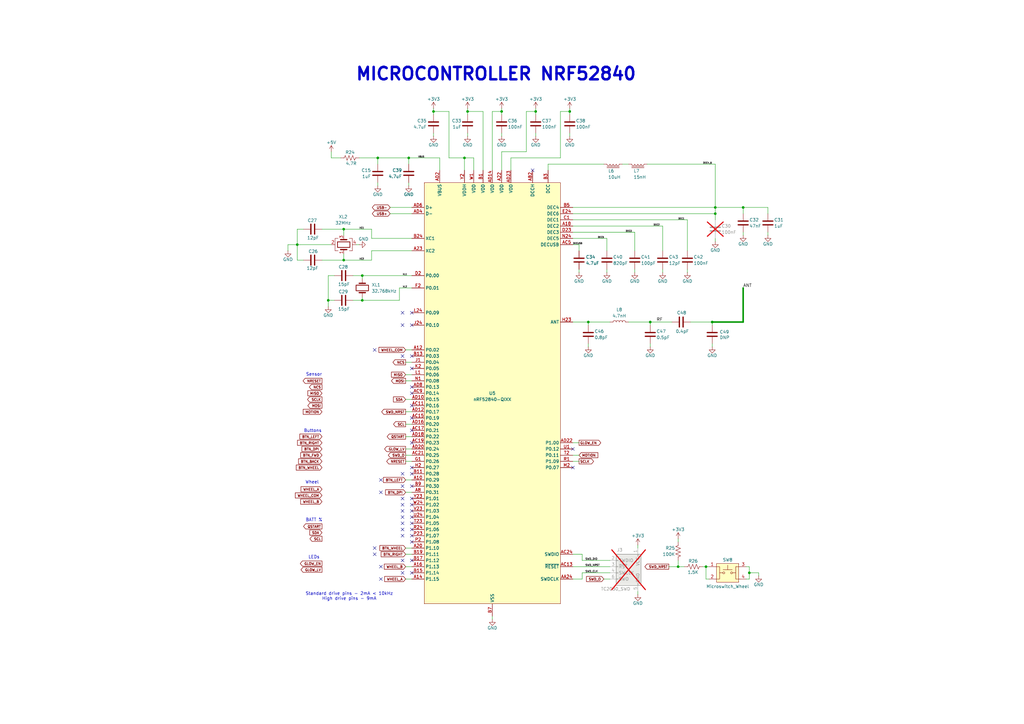
<source format=kicad_sch>
(kicad_sch (version 20250114) (generator "eeschema") (generator_version "9.0")
  (paper "A3")
  (title_block (title "Cenere Mouse") (date "2025-08-22") (rev "1") (company "Triungulo Lab"))
  (text "Standard drive pins - 2mA < 10kHz\nHigh drive pins - 9mA" (at 143.256 244.602 0) (effects (font (size 1.27 1.27))))
  (text "BATT %" (at 128.778 213.36 0) (effects (font (size 1.27 1.27))))
  (text "Buttons" (at 128.27 176.784 0) (effects (font (size 1.27 1.27))))
  (text "MICROCONTROLLER NRF52840" (at 203.454 30.48 0) (effects (font (size 5.08 5.08) (thickness 1.016) (bold yes))))
  (text "Sensor" (at 128.778 153.67 0) (effects (font (size 1.27 1.27))))
  (text "Wheel" (at 128.016 197.866 0) (effects (font (size 1.27 1.27))))
  (text "LEDs" (at 128.778 228.6 0) (effects (font (size 1.27 1.27))))
  (junction (at 292.1 132.08))
  (junction (at 191.77 45.72))
  (junction (at 289.56 232.41))
  (junction (at 140.97 106.68))
  (junction (at 304.8 85.09))
  (junction (at 154.94 64.77))
  (junction (at 293.37 85.09))
  (junction (at 134.62 123.19))
  (junction (at 121.92 100.33))
  (junction (at 293.37 87.63))
  (junction (at 190.5 64.77))
  (junction (at 266.7 132.08))
  (junction (at 148.59 113.03))
  (junction (at 177.8 45.72))
  (junction (at 307.34 234.95))
  (junction (at 148.59 123.19))
  (junction (at 219.71 45.72))
  (junction (at 205.74 45.72))
  (junction (at 233.68 45.72))
  (junction (at 241.3 132.08))
  (junction (at 140.97 93.98))
  (junction (at 278.13 232.41))
  (junction (at 167.64 64.77))
  (no_connect (at 156.21 232.41))
  (no_connect (at 168.91 194.31))
  (no_connect (at 168.91 209.55))
  (no_connect (at 153.67 224.79))
  (no_connect (at 168.91 161.29))
  (no_connect (at 218.44 69.85))
  (no_connect (at 168.91 217.17))
  (no_connect (at 168.91 204.47))
  (no_connect (at 168.91 151.13))
  (no_connect (at 168.91 219.71))
  (no_connect (at 168.91 214.63))
  (no_connect (at 153.67 227.33))
  (no_connect (at 168.91 229.87))
  (no_connect (at 168.91 176.53))
  (no_connect (at 156.21 196.85))
  (no_connect (at 153.67 143.51))
  (no_connect (at 168.91 207.01))
  (no_connect (at 168.91 166.37))
  (no_connect (at 168.91 128.27))
  (no_connect (at 168.91 212.09))
  (no_connect (at 168.91 181.61))
  (no_connect (at 165.1 128.27))
  (no_connect (at 165.1 217.17))
  (no_connect (at 165.1 229.87))
  (no_connect (at 165.1 133.35))
  (no_connect (at 234.95 184.15))
  (no_connect (at 165.1 199.39))
  (no_connect (at 165.1 204.47))
  (no_connect (at 165.1 209.55))
  (no_connect (at 168.91 158.75))
  (no_connect (at 156.21 237.49))
  (no_connect (at 156.21 201.93))
  (no_connect (at 168.91 171.45))
  (no_connect (at 165.1 219.71))
  (no_connect (at 165.1 234.95))
  (no_connect (at 168.91 222.25))
  (no_connect (at 168.91 146.05))
  (no_connect (at 165.1 207.01))
  (no_connect (at 168.91 234.95))
  (no_connect (at 165.1 146.05))
  (no_connect (at 165.1 212.09))
  (no_connect (at 165.1 214.63))
  (no_connect (at 234.95 191.77))
  (no_connect (at 168.91 199.39))
  (no_connect (at 165.1 194.31))
  (no_connect (at 168.91 133.35))
  (no_connect (at 168.91 191.77))
  (wire (pts (xy 166.37 201.93) (xy 168.91 201.93)))
  (wire (pts (xy 140.97 106.68) (xy 152.4 106.68)))
  (wire (pts (xy 152.4 93.98) (xy 152.4 97.79)))
  (wire (pts (xy 237.49 110.49) (xy 237.49 111.76)))
  (wire (pts (xy 266.7 133.35) (xy 266.7 132.08)))
  (wire (pts (xy 233.68 44.45) (xy 233.68 45.72)))
  (wire (pts (xy 233.68 54.61) (xy 233.68 55.88)))
  (wire (pts (xy 191.77 45.72) (xy 191.77 46.99)))
  (wire (pts (xy 163.83 118.11) (xy 168.91 118.11)))
  (wire (pts (xy 166.37 224.79) (xy 168.91 224.79)))
  (wire (pts (xy 121.92 93.98) (xy 124.46 93.98)))
  (wire (pts (xy 280.67 232.41) (xy 278.13 232.41)))
  (wire (pts (xy 148.59 113.03) (xy 168.91 113.03)))
  (wire (pts (xy 278.13 220.98) (xy 278.13 222.25)))
  (wire (pts (xy 191.77 44.45) (xy 191.77 45.72)))
  (wire (pts (xy 135.89 64.77) (xy 139.7 64.77)))
  (wire (pts (xy 281.94 110.49) (xy 281.94 111.76)))
  (wire (pts (xy 209.55 64.77) (xy 229.87 64.77)))
  (wire (pts (xy 177.8 45.72) (xy 184.15 45.72)))
  (wire (pts (xy 140.97 106.68) (xy 140.97 104.14)))
  (wire (pts (xy 219.71 46.99) (xy 219.71 45.72)))
  (wire (pts (xy 238.76 227.33) (xy 238.76 229.87)))
  (wire (pts (xy 229.87 64.77) (xy 229.87 45.72)))
  (wire (pts (xy 166.37 168.91) (xy 168.91 168.91)))
  (wire (pts (xy 166.37 173.99) (xy 168.91 173.99)))
  (wire (pts (xy 160.02 85.09) (xy 168.91 85.09)))
  (wire (pts (xy 146.05 100.33) (xy 147.32 100.33)))
  (wire (pts (xy 293.37 97.79) (xy 293.37 99.06)))
  (wire (pts (xy 135.89 62.23) (xy 135.89 64.77)))
  (wire (pts (xy 205.74 54.61) (xy 205.74 55.88)))
  (wire (pts (xy 293.37 85.09) (xy 304.8 85.09)))
  (wire (pts (xy 209.55 64.77) (xy 209.55 69.85)))
  (wire (pts (xy 271.78 110.49) (xy 271.78 111.76)))
  (wire (pts (xy 205.74 46.99) (xy 205.74 45.72)))
  (wire (pts (xy 306.07 237.49) (xy 307.34 237.49)))
  (wire (pts (xy 234.95 237.49) (xy 238.76 237.49)))
  (wire (pts (xy 304.8 95.25) (xy 304.8 96.52)))
  (wire (pts (xy 241.3 133.35) (xy 241.3 132.08)))
  (wire (pts (xy 238.76 229.87) (xy 250.19 229.87)))
  (wire (pts (xy 163.83 118.11) (xy 163.83 123.19)))
  (wire (pts (xy 163.83 123.19) (xy 148.59 123.19)))
  (wire (pts (xy 160.02 87.63) (xy 168.91 87.63)))
  (wire (pts (xy 166.37 143.51) (xy 168.91 143.51)))
  (wire (pts (xy 166.37 156.21) (xy 168.91 156.21)))
  (wire (pts (xy 248.92 110.49) (xy 248.92 111.76)))
  (wire (pts (xy 194.31 64.77) (xy 190.5 64.77)))
  (wire (pts (xy 278.13 232.41) (xy 278.13 229.87)))
  (wire (pts (xy 293.37 85.09) (xy 293.37 87.63)))
  (wire (pts (xy 224.79 67.31) (xy 224.79 69.85)))
  (wire (pts (xy 140.97 96.52) (xy 140.97 93.98)))
  (wire (pts (xy 201.93 45.72) (xy 201.93 69.85)))
  (wire (pts (xy 118.11 102.87) (xy 118.11 100.33)))
  (wire (pts (xy 215.9 45.72) (xy 215.9 62.23)))
  (wire (pts (xy 166.37 179.07) (xy 168.91 179.07)))
  (wire (pts (xy 271.78 92.71) (xy 271.78 102.87)))
  (wire (pts (xy 154.94 64.77) (xy 167.64 64.77)))
  (wire (pts (xy 292.1 132.08) (xy 304.8 132.08)) (stroke (width 0.635)))
  (wire (pts (xy 132.08 93.98) (xy 140.97 93.98)))
  (wire (pts (xy 229.87 45.72) (xy 233.68 45.72)))
  (wire (pts (xy 144.78 113.03) (xy 148.59 113.03)))
  (wire (pts (xy 247.65 67.31) (xy 224.79 67.31)))
  (wire (pts (xy 261.62 223.52) (xy 261.62 224.79)))
  (wire (pts (xy 152.4 102.87) (xy 152.4 106.68)))
  (wire (pts (xy 314.96 87.63) (xy 314.96 85.09)))
  (wire (pts (xy 238.76 234.95) (xy 250.19 234.95)))
  (wire (pts (xy 234.95 189.23) (xy 237.49 189.23)))
  (wire (pts (xy 154.94 64.77) (xy 154.94 67.31)))
  (wire (pts (xy 292.1 133.35) (xy 292.1 132.08)))
  (wire (pts (xy 166.37 227.33) (xy 168.91 227.33)))
  (wire (pts (xy 166.37 184.15) (xy 168.91 184.15)))
  (wire (pts (xy 215.9 62.23) (xy 205.74 62.23)))
  (wire (pts (xy 144.78 123.19) (xy 148.59 123.19)))
  (wire (pts (xy 257.81 132.08) (xy 266.7 132.08)))
  (wire (pts (xy 238.76 237.49) (xy 238.76 234.95)))
  (wire (pts (xy 121.92 93.98) (xy 121.92 100.33)))
  (wire (pts (xy 168.91 102.87) (xy 152.4 102.87)))
  (wire (pts (xy 274.32 232.41) (xy 278.13 232.41)))
  (wire (pts (xy 147.32 64.77) (xy 154.94 64.77)))
  (wire (pts (xy 166.37 148.59) (xy 168.91 148.59)))
  (wire (pts (xy 167.64 67.31) (xy 167.64 64.77)))
  (wire (pts (xy 307.34 234.95) (xy 311.15 234.95)))
  (wire (pts (xy 154.94 74.93) (xy 154.94 76.2)))
  (wire (pts (xy 266.7 132.08) (xy 275.59 132.08)))
  (wire (pts (xy 219.71 44.45) (xy 219.71 45.72)))
  (wire (pts (xy 177.8 54.61) (xy 177.8 55.88)))
  (wire (pts (xy 234.95 92.71) (xy 271.78 92.71)))
  (wire (pts (xy 241.3 132.08) (xy 250.19 132.08)))
  (wire (pts (xy 261.62 242.57) (xy 261.62 243.84)))
  (wire (pts (xy 260.35 110.49) (xy 260.35 111.76)))
  (wire (pts (xy 234.95 132.08) (xy 241.3 132.08)))
  (wire (pts (xy 248.92 97.79) (xy 248.92 102.87)))
  (wire (pts (xy 121.92 100.33) (xy 135.89 100.33)))
  (wire (pts (xy 314.96 95.25) (xy 314.96 96.52)))
  (wire (pts (xy 134.62 125.73) (xy 134.62 123.19)))
  (wire (pts (xy 166.37 153.67) (xy 168.91 153.67)))
  (wire (pts (xy 132.08 106.68) (xy 140.97 106.68)))
  (wire (pts (xy 191.77 45.72) (xy 198.12 45.72)))
  (wire (pts (xy 234.95 87.63) (xy 293.37 87.63)))
  (wire (pts (xy 234.95 186.69) (xy 237.49 186.69)))
  (wire (pts (xy 148.59 121.92) (xy 148.59 123.19)))
  (wire (pts (xy 241.3 140.97) (xy 241.3 142.24)))
  (wire (pts (xy 293.37 67.31) (xy 293.37 85.09)))
  (wire (pts (xy 205.74 44.45) (xy 205.74 45.72)))
  (wire (pts (xy 194.31 69.85) (xy 194.31 64.77)))
  (wire (pts (xy 134.62 123.19) (xy 134.62 113.03)))
  (wire (pts (xy 289.56 237.49) (xy 289.56 232.41)))
  (wire (pts (xy 166.37 163.83) (xy 168.91 163.83)))
  (wire (pts (xy 134.62 123.19) (xy 137.16 123.19)))
  (wire (pts (xy 148.59 114.3) (xy 148.59 113.03)))
  (wire (pts (xy 152.4 97.79) (xy 168.91 97.79)))
  (wire (pts (xy 255.27 67.31) (xy 257.81 67.31)))
  (wire (pts (xy 180.34 64.77) (xy 180.34 69.85)))
  (wire (pts (xy 237.49 100.33) (xy 234.95 100.33)))
  (wire (pts (xy 234.95 181.61) (xy 237.49 181.61)))
  (wire (pts (xy 166.37 232.41) (xy 168.91 232.41)))
  (wire (pts (xy 311.15 236.22) (xy 311.15 234.95)))
  (wire (pts (xy 281.94 90.17) (xy 281.94 102.87)))
  (wire (pts (xy 167.64 64.77) (xy 180.34 64.77)))
  (wire (pts (xy 260.35 95.25) (xy 234.95 95.25)))
  (wire (pts (xy 184.15 45.72) (xy 184.15 64.77)))
  (wire (pts (xy 288.29 232.41) (xy 289.56 232.41)))
  (wire (pts (xy 306.07 232.41) (xy 307.34 232.41)))
  (wire (pts (xy 234.95 97.79) (xy 248.92 97.79)))
  (wire (pts (xy 304.8 85.09) (xy 314.96 85.09)))
  (wire (pts (xy 219.71 54.61) (xy 219.71 55.88)))
  (wire (pts (xy 234.95 232.41) (xy 250.19 232.41)))
  (wire (pts (xy 293.37 87.63) (xy 293.37 90.17)))
  (wire (pts (xy 247.65 237.49) (xy 250.19 237.49)))
  (wire (pts (xy 219.71 45.72) (xy 215.9 45.72)))
  (wire (pts (xy 292.1 140.97) (xy 292.1 142.24)))
  (wire (pts (xy 166.37 189.23) (xy 168.91 189.23)))
  (wire (pts (xy 140.97 93.98) (xy 152.4 93.98)))
  (wire (pts (xy 198.12 45.72) (xy 198.12 69.85)))
  (wire (pts (xy 234.95 227.33) (xy 238.76 227.33)))
  (wire (pts (xy 177.8 44.45) (xy 177.8 45.72)))
  (wire (pts (xy 233.68 45.72) (xy 233.68 46.99)))
  (wire (pts (xy 205.74 62.23) (xy 205.74 69.85)))
  (wire (pts (xy 307.34 234.95) (xy 307.34 237.49)))
  (wire (pts (xy 307.34 232.41) (xy 307.34 234.95)))
  (wire (pts (xy 201.93 252.73) (xy 201.93 254)))
  (wire (pts (xy 304.8 118.11) (xy 304.8 132.08)) (stroke (width 0.635)))
  (wire (pts (xy 167.64 74.93) (xy 167.64 76.2)))
  (wire (pts (xy 190.5 64.77) (xy 190.5 69.85)))
  (wire (pts (xy 289.56 232.41) (xy 290.83 232.41)))
  (wire (pts (xy 265.43 67.31) (xy 293.37 67.31)))
  (wire (pts (xy 266.7 140.97) (xy 266.7 142.24)))
  (wire (pts (xy 166.37 196.85) (xy 168.91 196.85)))
  (wire (pts (xy 260.35 102.87) (xy 260.35 95.25)))
  (wire (pts (xy 134.62 113.03) (xy 137.16 113.03)))
  (wire (pts (xy 121.92 100.33) (xy 121.92 106.68)))
  (wire (pts (xy 234.95 90.17) (xy 281.94 90.17)))
  (wire (pts (xy 205.74 45.72) (xy 201.93 45.72)))
  (wire (pts (xy 166.37 237.49) (xy 168.91 237.49)))
  (wire (pts (xy 190.5 64.77) (xy 184.15 64.77)))
  (wire (pts (xy 177.8 46.99) (xy 177.8 45.72)))
  (wire (pts (xy 166.37 186.69) (xy 168.91 186.69)))
  (wire (pts (xy 234.95 85.09) (xy 293.37 85.09)))
  (wire (pts (xy 237.49 102.87) (xy 237.49 100.33)))
  (wire (pts (xy 191.77 54.61) (xy 191.77 55.88)))
  (wire (pts (xy 290.83 237.49) (xy 289.56 237.49)))
  (wire (pts (xy 124.46 106.68) (xy 121.92 106.68)))
  (wire (pts (xy 283.21 132.08) (xy 292.1 132.08)))
  (wire (pts (xy 118.11 100.33) (xy 121.92 100.33)))
  (wire (pts (xy 304.8 85.09) (xy 304.8 87.63)))
  (label "RF" (at 269.24 132.08 0))
  (label "SWD_DIO" (at 240.03 229.87 0) (effects (font (size 0.762 0.762))))
  (label "XC2" (at 147.32 106.68 0) (effects (font (size 0.635 0.635))))
  (label "ANT" (at 304.8 118.11 0))
  (label "DEC1" (at 278.13 90.17 0) (effects (font (size 0.635 0.635))))
  (label "DEC5" (at 245.11 97.79 0) (effects (font (size 0.635 0.635))))
  (label "DEC3" (at 256.54 95.25 0) (effects (font (size 0.635 0.635))))
  (label "SWD_CLK" (at 240.03 234.95 0) (effects (font (size 0.762 0.762))))
  (label "XC1" (at 147.32 93.98 0) (effects (font (size 0.635 0.635))))
  (label "DEC4_6" (at 288.29 67.31 0) (effects (font (size 0.635 0.635))))
  (label "SWD_NRST" (at 240.03 232.41 0) (effects (font (size 0.762 0.762))))
  (label "XL2" (at 165.1 118.11 0) (effects (font (size 0.635 0.635))))
  (label "XL1" (at 165.1 113.03 0) (effects (font (size 0.635 0.635))))
  (label "DEC2" (at 267.97 92.71 0) (effects (font (size 0.635 0.635))))
  (label "VBUS" (at 171.45 64.77 0) (effects (font (size 0.635 0.635))))
  (label "DECUSB" (at 234.95 100.33 0) (effects (font (size 0.635 0.635))))
  (global_label "GLOW_LV" (shape output) (at 166.37 184.15 180) (effects (font (size 1 1) (thickness 0.2) (bold yes))) (property "Intersheetrefs" "${INTERSHEET_REFS}" (effects (hide yes))))
  (global_label "BTN_WHEEL" (shape input) (at 166.37 224.79 180) (effects (font (size 1 1) (thickness 0.2) (bold yes))) (property "Intersheetrefs" "${INTERSHEET_REFS}" (effects (hide yes))))
  (global_label "USB-" (shape bidirectional) (at 160.02 85.09 180) (effects (font (size 1 1) (thickness 0.2) (bold yes))) (property "Intersheetrefs" "${INTERSHEET_REFS}" (effects (hide yes))))
  (global_label "MOTION" (shape input) (at 237.49 186.69 0) (effects (font (size 1 1) (thickness 0.2) (bold yes))) (property "Intersheetrefs" "${INTERSHEET_REFS}" (effects (hide yes))))
  (global_label "USB+" (shape bidirectional) (at 160.02 87.63 180) (effects (font (size 1 1) (thickness 0.2) (bold yes))) (property "Intersheetrefs" "${INTERSHEET_REFS}" (effects (hide yes))))
  (global_label "NRESET" (shape output) (at 132.08 156.21 180) (effects (font (size 1 1) (thickness 0.2) (bold yes))) (property "Intersheetrefs" "${INTERSHEET_REFS}" (effects (hide yes))))
  (global_label "MOTION" (shape input) (at 132.08 168.91 180) (effects (font (size 1 1) (thickness 0.2) (bold yes))) (property "Intersheetrefs" "${INTERSHEET_REFS}" (effects (hide yes))))
  (global_label "GLOW_LV" (shape output) (at 132.08 233.68 180) (effects (font (size 1 1) (thickness 0.2) (bold yes))) (property "Intersheetrefs" "${INTERSHEET_REFS}" (effects (hide yes))))
  (global_label "WHEEL_A" (shape input) (at 132.08 200.66 180) (effects (font (size 1 1) (thickness 0.2) (bold yes))) (property "Intersheetrefs" "${INTERSHEET_REFS}" (effects (hide yes))))
  (global_label "GLOW_EN" (shape output) (at 237.49 181.61 0) (effects (font (size 1 1) (thickness 0.2) (bold yes))) (property "Intersheetrefs" "${INTERSHEET_REFS}" (effects (hide yes))))
  (global_label "WHEEL_B" (shape input) (at 132.08 205.74 180) (effects (font (size 1 1) (thickness 0.2) (bold yes))) (property "Intersheetrefs" "${INTERSHEET_REFS}" (effects (hide yes))))
  (global_label "BTN_LEFT" (shape input) (at 166.37 196.85 180) (effects (font (size 1 1) (thickness 0.2) (bold yes))) (property "Intersheetrefs" "${INTERSHEET_REFS}" (effects (hide yes))))
  (global_label "SCLK" (shape output) (at 132.08 163.83 180) (effects (font (size 1 1) (thickness 0.2) (bold yes))) (property "Intersheetrefs" "${INTERSHEET_REFS}" (effects (hide yes))))
  (global_label "BTN_WHEEL" (shape input) (at 132.08 191.77 180) (effects (font (size 1 1) (thickness 0.2) (bold yes))) (property "Intersheetrefs" "${INTERSHEET_REFS}" (effects (hide yes))))
  (global_label "SWD_O" (shape output) (at 166.37 186.69 180) (effects (font (size 1 1) (thickness 0.2) (bold yes))) (property "Intersheetrefs" "${INTERSHEET_REFS}" (effects (hide yes))))
  (global_label "MISO" (shape input) (at 132.08 161.29 180) (effects (font (size 1 1) (thickness 0.2) (bold yes))) (property "Intersheetrefs" "${INTERSHEET_REFS}" (effects (hide yes))))
  (global_label "MOSI" (shape output) (at 132.08 166.37 180) (effects (font (size 1 1) (thickness 0.2) (bold yes))) (property "Intersheetrefs" "${INTERSHEET_REFS}" (effects (hide yes))))
  (global_label "BTN_FWD" (shape input) (at 132.08 186.69 180) (effects (font (size 1 1) (thickness 0.2) (bold yes))) (property "Intersheetrefs" "${INTERSHEET_REFS}" (effects (hide yes))))
  (global_label "MOSI" (shape output) (at 166.37 156.21 180) (effects (font (size 1 1) (thickness 0.2) (bold yes))) (property "Intersheetrefs" "${INTERSHEET_REFS}" (effects (hide yes))))
  (global_label "SDA" (shape input) (at 132.08 218.44 180) (effects (font (size 1 1) (thickness 0.2) (bold yes))) (property "Intersheetrefs" "${INTERSHEET_REFS}" (effects (hide yes))))
  (global_label "BTN_BACK" (shape input) (at 132.08 189.23 180) (effects (font (size 1 1) (thickness 0.2) (bold yes))) (property "Intersheetrefs" "${INTERSHEET_REFS}" (effects (hide yes))))
  (global_label "NCS" (shape output) (at 166.37 148.59 180) (effects (font (size 1 1) (thickness 0.2) (bold yes))) (property "Intersheetrefs" "${INTERSHEET_REFS}" (effects (hide yes))))
  (global_label "SCL" (shape output) (at 166.37 173.99 180) (effects (font (size 1 1) (thickness 0.2) (bold yes))) (property "Intersheetrefs" "${INTERSHEET_REFS}" (effects (hide yes))))
  (global_label "NRESET" (shape output) (at 166.37 189.23 180) (effects (font (size 1 1) (thickness 0.2) (bold yes))) (property "Intersheetrefs" "${INTERSHEET_REFS}" (effects (hide yes))))
  (global_label "SWD_NRST" (shape output) (at 166.37 168.91 180) (effects (font (size 1 1) (thickness 0.2) (bold yes))) (property "Intersheetrefs" "${INTERSHEET_REFS}" (effects (hide yes))))
  (global_label "SWD_NRST" (shape output) (at 274.32 232.41 180) (effects (font (size 1 1) (thickness 0.2) (bold yes))) (property "Intersheetrefs" "${INTERSHEET_REFS}" (effects (hide yes))))
  (global_label "BTN_RIGHT" (shape input) (at 166.37 227.33 180) (effects (font (size 1 1) (thickness 0.2) (bold yes))) (property "Intersheetrefs" "${INTERSHEET_REFS}" (effects (hide yes))))
  (global_label "QSTART" (shape output) (at 132.08 215.9 180) (effects (font (size 1 1) (thickness 0.2) (bold yes))) (property "Intersheetrefs" "${INTERSHEET_REFS}" (effects (hide yes))))
  (global_label "SCL" (shape output) (at 132.08 220.98 180) (effects (font (size 1 1) (thickness 0.2) (bold yes))) (property "Intersheetrefs" "${INTERSHEET_REFS}" (effects (hide yes))))
  (global_label "WHEEL_A" (shape input) (at 166.37 237.49 180) (effects (font (size 1 1) (thickness 0.2) (bold yes))) (property "Intersheetrefs" "${INTERSHEET_REFS}" (effects (hide yes))))
  (global_label "WHEEL_B" (shape input) (at 166.37 232.41 180) (effects (font (size 1 1) (thickness 0.2) (bold yes))) (property "Intersheetrefs" "${INTERSHEET_REFS}" (effects (hide yes))))
  (global_label "BTN_RIGHT" (shape input) (at 132.08 181.61 180) (effects (font (size 1 1) (thickness 0.2) (bold yes))) (property "Intersheetrefs" "${INTERSHEET_REFS}" (effects (hide yes))))
  (global_label "QSTART" (shape output) (at 166.37 179.07 180) (effects (font (size 1 1) (thickness 0.2) (bold yes))) (property "Intersheetrefs" "${INTERSHEET_REFS}" (effects (hide yes))))
  (global_label "NCS" (shape output) (at 132.08 158.75 180) (effects (font (size 1 1) (thickness 0.2) (bold yes))) (property "Intersheetrefs" "${INTERSHEET_REFS}" (effects (hide yes))))
  (global_label "MISO" (shape input) (at 166.37 153.67 180) (effects (font (size 1 1) (thickness 0.2) (bold yes))) (property "Intersheetrefs" "${INTERSHEET_REFS}" (effects (hide yes))))
  (global_label "SDA" (shape input) (at 166.37 163.83 180) (effects (font (size 1 1) (thickness 0.2) (bold yes))) (property "Intersheetrefs" "${INTERSHEET_REFS}" (effects (hide yes))))
  (global_label "SCLK" (shape output) (at 237.49 189.23 0) (effects (font (size 1 1) (thickness 0.2) (bold yes))) (property "Intersheetrefs" "${INTERSHEET_REFS}" (effects (hide yes))))
  (global_label "BTN_DPI" (shape input) (at 132.08 184.15 180) (effects (font (size 1 1) (thickness 0.2) (bold yes))) (property "Intersheetrefs" "${INTERSHEET_REFS}" (effects (hide yes))))
  (global_label "BTN_LEFT" (shape input) (at 132.08 179.07 180) (effects (font (size 1 1) (thickness 0.2) (bold yes))) (property "Intersheetrefs" "${INTERSHEET_REFS}" (effects (hide yes))))
  (global_label "SWD_O" (shape input) (at 247.65 237.49 180) (effects (font (size 1 1) (thickness 0.2) (bold yes))) (property "Intersheetrefs" "${INTERSHEET_REFS}" (effects (hide yes))))
  (global_label "GLOW_EN" (shape output) (at 132.08 231.14 180) (effects (font (size 1 1) (thickness 0.2) (bold yes))) (property "Intersheetrefs" "${INTERSHEET_REFS}" (effects (hide yes))))
  (global_label "WHEEL_COM" (shape input) (at 132.08 203.2 180) (effects (font (size 1 1) (thickness 0.2) (bold yes))) (property "Intersheetrefs" "${INTERSHEET_REFS}" (effects (hide yes))))
  (global_label "BTN_DPI" (shape input) (at 166.37 201.93 180) (effects (font (size 1 1) (thickness 0.2) (bold yes))) (property "Intersheetrefs" "${INTERSHEET_REFS}" (effects (hide yes))))
  (global_label "WHEEL_COM" (shape input) (at 166.37 143.51 180) (effects (font (size 1 1) (thickness 0.2) (bold yes))) (property "Intersheetrefs" "${INTERSHEET_REFS}" (effects (hide yes))))
  (symbol (lib_id "power:GND") (at 304.8 96.52 0) (unit 1)
    (property "Reference" "#PWR076" (effects (hide yes)))
    (property "Value" "GND" (at 304.8 100.076 0))
    (property "Description" "Power symbol creates a global label with name \"GND\" , ground" (effects (hide yes)))
  )
  (symbol (lib_id "Device:C") (at 292.1 137.16 180) (unit 1)
    (property "Reference" "C49" (at 295.148 136.144 0) (effects (justify right)))
    (property "Value" "DNP" (at 295.148 138.43 0) (effects (justify right)))
    (property "Footprint" "Cenere_Mouse:Z0201 RF Antenna Path" (effects (hide yes)))
  )
  (symbol (lib_id "Device:L_Iron") (at 251.46 67.31 270) (unit 1)
    (property "Reference" "L6" (at 249.428 70.104 90) (effects (justify left)))
    (property "Value" "10uH" (at 249.428 72.644 90) (effects (justify left)))
    (property "Footprint" "Inductor_SMD:L_0603_1608Metric" (effects (hide yes)))
    (property "Description" "10uH 360mΩ 80mA ±20% 0603 Power Inductors ROHS" (effects (hide yes)))
    (property "Manufacturer" "Taiyo Yuden" (effects (hide yes)))
    (property "Part Number" "LBMF1608T100M" (effects (hide yes)))
    (property "JLCPCB PN" "C86752" (effects (hide yes)))
  )
  (symbol (lib_id "power:GND") (at 154.94 76.2 0) (unit 1)
    (property "Reference" "#PWR031" (effects (hide yes)))
    (property "Value" "GND" (at 154.94 79.756 0))
    (property "Description" "Power symbol creates a global label with name \"GND\" , ground" (effects (hide yes)))
  )
  (symbol (lib_id "Cenere_Mouse:SPST_ALPS_Oval Button") (at 298.45 234.95 0) (unit 1)
    (property "Reference" "SW8" (at 298.45 229.616 0))
    (property "Value" "Microswitch_Wheel" (at 298.45 240.538 0))
    (property "Footprint" "Cenere_Mouse:KEY-SMD_4P-L4.2-W3.2-P2.20-LS4.6" (effects (hide yes)))
    (property "Description" "2.5x3.2x4.2mm 50mA Oval Button SPST Surface Mount,Vertical SMD Tactile Switches" (effects (hide yes)))
    (property "Manufacturer" "ALPS" (effects (hide yes)))
    (property "Part Number" "SKRPACE010" (effects (hide yes)))
    (property "JLCPCB PN" "C139797" (effects (hide yes)))
  )
  (symbol (lib_id "Device:R_US") (at 143.51 64.77 90) (unit 1)
    (property "Reference" "R24" (at 145.542 62.484 90) (effects (justify left)))
    (property "Value" "4.7R" (at 146.304 67.056 90) (effects (justify left)))
    (property "Footprint" "Resistor_SMD:R_0603_1608Metric" (effects (hide yes)))
    (property "Description" "100mW 4.7Ω 75V Thick Film Resistor ±1% 0603" (effects (hide yes)))
    (property "Manufacturer" "UNI-ROYAL(Uniroyal Elec)" (effects (hide yes)))
    (property "Part Number" "0603WAF470KT5E" (effects (hide yes)))
    (property "JLCPCB PN" "C23164" (effects (hide yes)))
  )
  (symbol (lib_id "power:GND") (at 271.78 111.76 0) (unit 1)
    (property "Reference" "#PWR096" (effects (hide yes)))
    (property "Value" "GND" (at 271.78 115.316 0))
    (property "Description" "Power symbol creates a global label with name \"GND\" , ground" (effects (hide yes)))
  )
  (symbol (lib_id "power:+3V3") (at 278.13 220.98 0) (unit 1)
    (property "Reference" "#PWR099" (effects (hide yes)))
    (property "Value" "+3V3" (at 278.13 217.17 0))
    (property "Description" "Power symbol creates a global label with name \"+3V3\"" (effects (hide yes)))
  )
  (symbol (lib_id "Device:C") (at 271.78 106.68 0) (mirror x) (unit 1)
    (property "Reference" "C43" (at 274.32 105.41 0) (effects (justify left)))
    (property "Value" "12pF" (at 274.32 107.95 0) (effects (justify left)))
    (property "Footprint" "Capacitor_SMD:C_0402_1005Metric" (effects (hide yes)))
    (property "Description" "12pF 50V C0G ±5% 0402 MLCC" (effects (hide yes)))
    (property "Manufacturer" "FH (Guangdong Fenghua Advanced Tech)" (effects (hide yes)))
    (property "Part Number" "0402CG120J500NT" (effects (hide yes)))
    (property "JLCPCB PN" "C1547" (effects (hide yes)))
  )
  (symbol (lib_id "power:GND") (at 191.77 55.88 0) (unit 1)
    (property "Reference" "#PWR079" (effects (hide yes)))
    (property "Value" "GND" (at 191.77 59.436 0))
    (property "Description" "Power symbol creates a global label with name \"GND\" , ground" (effects (hide yes)))
  )
  (symbol (lib_id "Device:C") (at 167.64 71.12 0) (mirror y) (unit 1)
    (property "Reference" "C39" (at 164.846 69.85 0) (effects (justify left)))
    (property "Value" "4.7uF" (at 164.846 72.39 0) (effects (justify left)))
    (property "Footprint" "Capacitor_SMD:C_0402_1005Metric" (effects (hide yes)))
    (property "Description" "4.7uF 10V X5R 0402 20% Capacitor" (effects (hide yes)))
    (property "Manufacturer" "Samsung" (effects (hide yes)))
    (property "Part Number" "CL05A475MP5NRNC" (effects (hide yes)))
    (property "JLCPCB PN" "C23733" (effects (hide yes)))
  )
  (symbol (lib_id "power:GND") (at 205.74 55.88 0) (unit 1)
    (property "Reference" "#PWR083" (effects (hide yes)))
    (property "Value" "GND" (at 205.74 59.436 0))
    (property "Description" "Power symbol creates a global label with name \"GND\" , ground" (effects (hide yes)))
  )
  (symbol (lib_id "power:GND") (at 201.93 254 0) (mirror y) (unit 1)
    (property "Reference" "#PWR098" (effects (hide yes)))
    (property "Value" "GND" (at 201.93 257.556 0))
    (property "Description" "Power symbol creates a global label with name \"GND\" , ground" (effects (hide yes)))
  )
  (symbol (lib_id "Device:C") (at 293.37 93.98 0) (unit 1) (in_bom no) (dnp yes)
    (property "Reference" "C30" (at 295.91 92.71 0) (effects (justify left)))
    (property "Value" "100nF" (at 295.91 95.25 0) (effects (justify left)))
    (property "Footprint" "Capacitor_SMD:C_0201_0603Metric" (effects (hide yes)))
    (property "Description" "Unpolarized capacitor" (effects (hide yes)))
  )
  (symbol (lib_id "Device:C") (at 140.97 123.19 90) (unit 1)
    (property "Reference" "C29" (at 142.748 119.634 90) (effects (justify left)))
    (property "Value" "15pF" (at 143.51 126.746 90) (effects (justify left)))
    (property "Footprint" "Capacitor_SMD:C_0402_1005Metric" (effects (hide yes)))
    (property "Description" "15pF 50V C0G ±5% 0402 MLCC" (effects (hide yes)))
    (property "Manufacturer" "FH (Guangdong Fenghua Advanced Tech)" (effects (hide yes)))
    (property "Part Number" "0402CG150J500NT" (effects (hide yes)))
    (property "JLCPCB PN" "C1548" (effects (hide yes)))
  )
  (symbol (lib_id "power:+3V3") (at 219.71 44.45 0) (unit 1)
    (property "Reference" "#PWR087" (effects (hide yes)))
    (property "Value" "+3V3" (at 219.71 40.64 0))
    (property "Description" "Power symbol creates a global label with name \"+3V3\"" (effects (hide yes)))
  )
  (symbol (lib_id "Device:C") (at 237.49 106.68 0) (unit 1)
    (property "Reference" "C34" (at 240.284 105.41 0) (effects (justify left)))
    (property "Value" "4.7uF" (at 240.284 107.95 0) (effects (justify left)))
    (property "Footprint" "Capacitor_SMD:C_0402_1005Metric" (effects (hide yes)))
    (property "Description" "4.7uF 10V X5R 0402 20% Capacitor" (effects (hide yes)))
    (property "Manufacturer" "Samsung" (effects (hide yes)))
    (property "Part Number" "CL05A475MP5NRNC" (effects (hide yes)))
    (property "JLCPCB PN" "C23733" (effects (hide yes)))
  )
  (symbol (lib_id "power:GND") (at 248.92 111.76 0) (unit 1)
    (property "Reference" "#PWR094" (effects (hide yes)))
    (property "Value" "GND" (at 248.92 115.316 0))
    (property "Description" "Power symbol creates a global label with name \"GND\" , ground" (effects (hide yes)))
  )
  (symbol (lib_id "power:GND") (at 260.35 111.76 0) (unit 1)
    (property "Reference" "#PWR095" (effects (hide yes)))
    (property "Value" "GND" (at 260.35 115.316 0))
    (property "Description" "Power symbol creates a global label with name \"GND\" , ground" (effects (hide yes)))
  )
  (symbol (lib_id "power:+3V3") (at 233.68 44.45 0) (unit 1)
    (property "Reference" "#PWR088" (effects (hide yes)))
    (property "Value" "+3V3" (at 233.68 40.64 0))
    (property "Description" "Power symbol creates a global label with name \"+3V3\"" (effects (hide yes)))
  )
  (symbol (lib_id "power:+3V3") (at 191.77 44.45 0) (unit 1)
    (property "Reference" "#PWR078" (effects (hide yes)))
    (property "Value" "+3V3" (at 191.77 40.64 0))
    (property "Description" "Power symbol creates a global label with name \"+3V3\"" (effects (hide yes)))
  )
  (symbol (lib_id "Device:R_US") (at 284.48 232.41 90) (unit 1)
    (property "Reference" "R26" (at 286.258 230.124 90) (effects (justify left)))
    (property "Value" "1.5K" (at 286.512 234.696 90) (effects (justify left)))
    (property "Footprint" "Resistor_SMD:R_0402_1005Metric" (effects (hide yes)))
    (property "Description" "1.5kΩ 50V 62.5mW Thick Film Resistor ±1% ±100ppm/℃ 0402" (effects (hide yes)))
    (property "Manufacturer" "UNI-ROYAL(Uniroyal Elec)" (effects (hide yes)))
    (property "Part Number" "0402WGF1501TCE" (effects (hide yes)))
    (property "JLCPCB PN" "C25867" (effects (hide yes)))
  )
  (symbol (lib_id "power:GND") (at 219.71 55.88 0) (unit 1)
    (property "Reference" "#PWR084" (effects (hide yes)))
    (property "Value" "GND" (at 219.71 59.436 0))
    (property "Description" "Power symbol creates a global label with name \"GND\" , ground" (effects (hide yes)))
  )
  (symbol (lib_id "power:GND") (at 293.37 99.06 0) (unit 1)
    (property "Reference" "#PWR075" (effects (hide yes)))
    (property "Value" "GND" (at 293.37 102.616 0))
    (property "Description" "Power symbol creates a global label with name \"GND\" , ground" (effects (hide yes)))
  )
  (symbol (lib_id "power:GND") (at 292.1 142.24 0) (mirror y) (unit 1)
    (property "Reference" "#PWR0111" (effects (hide yes)))
    (property "Value" "GND" (at 292.1 145.796 0))
    (property "Description" "Power symbol creates a global label with name \"GND\" , ground" (effects (hide yes)))
  )
  (symbol (lib_id "power:+3V3") (at 177.8 44.45 0) (unit 1)
    (property "Reference" "#PWR082" (effects (hide yes)))
    (property "Value" "+3V3" (at 177.8 40.64 0))
    (property "Description" "Power symbol creates a global label with name \"+3V3\"" (effects (hide yes)))
  )
  (symbol (lib_id "power:GND") (at 118.11 102.87 0) (mirror y) (unit 1)
    (property "Reference" "#PWR091" (effects (hide yes)))
    (property "Value" "GND" (at 118.11 106.426 0))
    (property "Description" "Power symbol creates a global label with name \"GND\" , ground" (effects (hide yes)))
  )
  (symbol (lib_id "power:GND") (at 314.96 96.52 0) (unit 1)
    (property "Reference" "#PWR077" (effects (hide yes)))
    (property "Value" "GND" (at 314.96 100.076 0))
    (property "Description" "Power symbol creates a global label with name \"GND\" , ground" (effects (hide yes)))
  )
  (symbol (lib_id "Device:C") (at 219.71 50.8 0) (unit 1)
    (property "Reference" "C37" (at 222.25 49.53 0) (effects (justify left)))
    (property "Value" "100nF" (at 222.25 52.07 0) (effects (justify left)))
    (property "Footprint" "Capacitor_SMD:C_0402_1005Metric" (effects (hide yes)))
    (property "Description" "100nF 50V X7R 0402 ±10% Capacitor" (effects (hide yes)))
    (property "Manufacturer" "Samsung" (effects (hide yes)))
    (property "Part Number" "CL05B104KB54PNC" (effects (hide yes)))
    (property "JLCPCB PN" "C307331" (effects (hide yes)))
  )
  (symbol (lib_id "power:GND") (at 167.64 76.2 0) (unit 1)
    (property "Reference" "#PWR089" (effects (hide yes)))
    (property "Value" "GND" (at 167.64 79.756 0))
    (property "Description" "Power symbol creates a global label with name \"GND\" , ground" (effects (hide yes)))
  )
  (symbol (lib_id "Device:C") (at 140.97 113.03 90) (unit 1)
    (property "Reference" "C28" (at 142.748 109.474 90) (effects (justify left)))
    (property "Value" "15pF" (at 143.51 116.586 90) (effects (justify left)))
    (property "Footprint" "Capacitor_SMD:C_0402_1005Metric" (effects (hide yes)))
    (property "Description" "15pF 50V C0G ±5% 0402 MLCC" (effects (hide yes)))
    (property "Manufacturer" "FH (Guangdong Fenghua Advanced Tech)" (effects (hide yes)))
    (property "Part Number" "0402CG150J500NT" (effects (hide yes)))
    (property "JLCPCB PN" "C1548" (effects (hide yes)))
  )
  (symbol (lib_id "Device:C") (at 304.8 91.44 0) (unit 1)
    (property "Reference" "C32" (at 307.34 90.17 0) (effects (justify left)))
    (property "Value" "47nF" (at 307.34 92.71 0) (effects (justify left)))
    (property "Footprint" "Capacitor_SMD:C_0402_1005Metric" (effects (hide yes)))
    (property "Description" "47nF 50V X7R ±10% 0402 MLCC" (effects (hide yes)))
    (property "Manufacturer" "YAGEO" (effects (hide yes)))
    (property "Part Number" "CC0402KRX7R9BB473" (effects (hide yes)))
    (property "JLCPCB PN" "C272875" (effects (hide yes)))
  )
  (symbol (lib_id "Device:C") (at 154.94 71.12 0) (mirror y) (unit 1)
    (property "Reference" "C15" (at 152.146 69.85 0) (effects (justify left)))
    (property "Value" "1uF" (at 152.146 72.39 0) (effects (justify left)))
    (property "Footprint" "Capacitor_SMD:C_0402_1005Metric" (effects (hide yes)))
    (property "Description" "1uF 25V X5R ±10% 0402 MLCC" (effects (hide yes)))
    (property "Manufacturer" "Samsung" (effects (hide yes)))
    (property "Part Number" "CL05A105KA5NQNC" (effects (hide yes)))
    (property "JLCPCB PN" "C52923" (effects (hide yes)))
  )
  (symbol (lib_id "power:GND") (at 233.68 55.88 0) (unit 1)
    (property "Reference" "#PWR085" (effects (hide yes)))
    (property "Value" "GND" (at 233.68 59.436 0))
    (property "Description" "Power symbol creates a global label with name \"GND\" , ground" (effects (hide yes)))
  )
  (symbol (lib_id "Device:C") (at 177.8 50.8 0) (mirror y) (unit 1)
    (property "Reference" "C35" (at 175.006 49.53 0) (effects (justify left)))
    (property "Value" "4.7uF" (at 175.006 52.07 0) (effects (justify left)))
    (property "Footprint" "Capacitor_SMD:C_0402_1005Metric" (effects (hide yes)))
    (property "Description" "4.7uF 10V X5R 0402 20% Capacitor" (effects (hide yes)))
    (property "Manufacturer" "Samsung" (effects (hide yes)))
    (property "Part Number" "CL05A475MP5NRNC" (effects (hide yes)))
    (property "JLCPCB PN" "C23733" (effects (hide yes)))
  )
  (symbol (lib_id "Device:C") (at 266.7 137.16 0) (unit 1)
    (property "Reference" "C47" (at 269.24 135.89 0) (effects (justify left)))
    (property "Value" "0.5pF" (at 269.24 138.43 0) (effects (justify left)))
    (property "Footprint" "Capacitor_SMD:C_0402_1005Metric" (effects (hide yes)))
    (property "Description" "0.5pF ±0.05pF 50V C0G 0402" (effects (hide yes)))
    (property "Manufacturer" "Murata" (effects (hide yes)))
    (property "Part Number" "GCM1555C1HR50WA16D" (effects (hide yes)))
    (property "JLCPCB PN" "C2912277" (effects (hide yes)))
  )
  (symbol (lib_id "PCM_nordic-lib-kicad-nrf52:nRF52840-QIXX") (at 201.93 161.29 0) (unit 1)
    (property "Reference" "U5" (at 201.93 161.29 0))
    (property "Value" "nRF52840-QIXX" (at 201.93 163.83 0))
    (property "Footprint" "Package_DFN_QFN:Nordic_AQFN-73-1EP_7x7mm_P0.5mm" (effects (hide yes)))
    (property "Datasheet" "https://docs-be.nordicsemi.com/bundle/ps_nrf52840/attach/nRF52840_PS_v1.11.pdf?_LANG=enus" (effects (hide yes)))
    (property "Description" "2.4GHz Bluetooth 5.4 USB NFC SoC, 64MHz Cortex-M4 FPU, CryptoCell, PDM, I2S, QSPI, aQFN-73" (effects (hide yes)))
    (property "Manufacturer" "Nordic Semicon" (effects (hide yes)))
    (property "Part Number" "NRF52840-QIAA-R" (effects (hide yes)))
    (property "JLCPCB PN" "C190794" (effects (hide yes)))
  )
  (symbol (lib_id "power:+3V3") (at 261.62 223.52 0) (unit 1)
    (property "Reference" "#PWR0102" (effects (hide yes)))
    (property "Value" "+3V3" (at 261.62 219.71 0))
    (property "Description" "Power symbol creates a global label with name \"+3V3\"" (effects (hide yes)))
  )
  (symbol (lib_id "power:GND") (at 177.8 55.88 0) (unit 1)
    (property "Reference" "#PWR081" (effects (hide yes)))
    (property "Value" "GND" (at 177.8 59.436 0))
    (property "Description" "Power symbol creates a global label with name \"GND\" , ground" (effects (hide yes)))
  )
  (symbol (lib_id "power:GND") (at 147.32 100.33 90) (mirror x) (unit 1)
    (property "Reference" "#PWR092" (effects (hide yes)))
    (property "Value" "GND" (at 149.098 98.044 90))
    (property "Description" "Power symbol creates a global label with name \"GND\" , ground" (effects (hide yes)))
  )
  (symbol (lib_id "power:+5V") (at 135.89 62.23 0) (unit 1)
    (property "Reference" "#PWR090" (effects (hide yes)))
    (property "Value" "+5V" (at 135.89 58.42 0))
    (property "Description" "Power symbol creates a global label with name \"+5V\"" (effects (hide yes)))
  )
  (symbol (lib_id "Device:C") (at 241.3 137.16 0) (unit 1)
    (property "Reference" "C46" (at 243.84 135.89 0) (effects (justify left)))
    (property "Value" "0.8pF" (at 243.84 138.43 0) (effects (justify left)))
    (property "Footprint" "Capacitor_SMD:C_0402_1005Metric" (effects (hide yes)))
    (property "Description" "0.8pF 50V C0G ±0.05pF 0402 High Frequency Capacitor" (effects (hide yes)))
    (property "Manufacturer" "Murata" (effects (hide yes)))
    (property "Part Number" "GJM1555C1HR80WB01D" (effects (hide yes)))
    (property "JLCPCB PN" "C88902" (effects (hide yes)))
  )
  (symbol (lib_id "power:GND") (at 134.62 125.73 0) (mirror y) (unit 1)
    (property "Reference" "#PWR093" (effects (hide yes)))
    (property "Value" "GND" (at 134.62 129.286 0))
    (property "Description" "Power symbol creates a global label with name \"GND\" , ground" (effects (hide yes)))
  )
  (symbol (lib_id "Device:C") (at 279.4 132.08 90) (unit 1)
    (property "Reference" "C48" (at 277.622 128.27 90) (effects (justify right)))
    (property "Value" "0.4pF" (at 277.114 135.89 90) (effects (justify right)))
    (property "Footprint" "Cenere_Mouse:Z0201 RF Antenna Path" (effects (hide yes)))
    (property "Description" "0.4pF ±0.05pF 25V C0G 0201" (effects (hide yes)))
    (property "Manufacturer" "Murata" (effects (hide yes)))
    (property "Part Number" "GRM0335C1ER40WA01D" (effects (hide yes)))
    (property "JLCPCB PN" "C710805" (effects (hide yes)))
  )
  (symbol (lib_id "Device:L_Iron") (at 261.62 67.31 270) (unit 1)
    (property "Reference" "L7" (at 259.842 70.104 90) (effects (justify left)))
    (property "Value" "15nH" (at 259.842 72.644 90) (effects (justify left)))
    (property "Footprint" "Inductor_SMD:L_0402_1005Metric" (effects (hide yes)))
    (property "Description" "1.15A 114mΩ 15nH ±2% 0402 Power Inductors ROHS" (effects (hide yes)))
    (property "Manufacturer" "Murata" (effects (hide yes)))
    (property "Part Number" "LQW15AN15NG80D" (effects (hide yes)))
    (property "JLCPCB PN" "C668460" (effects (hide yes)))
  )
  (symbol (lib_id "Device:Crystal") (at 148.59 118.11 90) (unit 1)
    (property "Reference" "XL1" (at 152.4 116.8399 90) (effects (justify right)))
    (property "Value" "32.768kHz" (at 152.4 119.3799 90) (effects (justify right)))
    (property "Footprint" "Crystal:Crystal_SMD_2012-2Pin_2.0x1.2mm" (effects (hide yes)))
    (property "Description" "32.768kHz Crystal Oscillator ±20ppm  SMD2012-2P  Load Capacitance 12.5pF" (effects (hide yes)))
    (property "Manufacturer" "YXC Crystal Oscillators" (effects (hide yes)))
    (property "Part Number" "XKHEL89CGI-112YLC-32.768K" (effects (hide yes)))
    (property "JLCPCB PN" "C7500573" (effects (hide yes)))
  )
  (symbol (lib_id "Device:C") (at 248.92 106.68 0) (unit 1)
    (property "Reference" "C40" (at 251.46 105.41 0) (effects (justify left)))
    (property "Value" "820pF" (at 251.46 107.95 0) (effects (justify left)))
    (property "Footprint" "Capacitor_SMD:C_0402_1005Metric" (effects (hide yes)))
    (property "Description" "50V 820pF C0G ±5% 0402 MLCC" (effects (hide yes)))
    (property "Manufacturer" "Samsung" (effects (hide yes)))
    (property "Part Number" "CL05C821JB5NNNC" (effects (hide yes)))
    (property "JLCPCB PN" "C307452" (effects (hide yes)))
  )
  (symbol (lib_id "power:GND") (at 266.7 142.24 0) (mirror y) (unit 1)
    (property "Reference" "#PWR0110" (effects (hide yes)))
    (property "Value" "GND" (at 266.7 145.796 0))
    (property "Description" "Power symbol creates a global label with name \"GND\" , ground" (effects (hide yes)))
  )
  (symbol (lib_id "Device:C") (at 205.74 50.8 0) (unit 1)
    (property "Reference" "C36" (at 208.28 49.53 0) (effects (justify left)))
    (property "Value" "100nF" (at 208.28 52.07 0) (effects (justify left)))
    (property "Footprint" "Capacitor_SMD:C_0402_1005Metric" (effects (hide yes)))
    (property "Description" "100nF 50V X7R 0402 ±10% Capacitor" (effects (hide yes)))
    (property "Manufacturer" "Samsung" (effects (hide yes)))
    (property "Part Number" "CL05B104KB54PNC" (effects (hide yes)))
    (property "JLCPCB PN" "C307331" (effects (hide yes)))
  )
  (symbol (lib_id "Device:C") (at 314.96 91.44 0) (unit 1)
    (property "Reference" "C31" (at 317.5 90.17 0) (effects (justify left)))
    (property "Value" "1uF" (at 317.5 92.71 0) (effects (justify left)))
    (property "Footprint" "Capacitor_SMD:C_0402_1005Metric" (effects (hide yes)))
    (property "Description" "1uF 25V X5R ±10% 0402 MLCC" (effects (hide yes)))
    (property "Manufacturer" "Samsung" (effects (hide yes)))
    (property "Part Number" "CL05A105KA5NQNC" (effects (hide yes)))
    (property "JLCPCB PN" "C52923" (effects (hide yes)))
  )
  (symbol (lib_id "power:+3V3") (at 205.74 44.45 0) (unit 1)
    (property "Reference" "#PWR086" (effects (hide yes)))
    (property "Value" "+3V3" (at 205.74 40.64 0))
    (property "Description" "Power symbol creates a global label with name \"+3V3\"" (effects (hide yes)))
  )
  (symbol (lib_id "Device:R_US") (at 278.13 226.06 0) (mirror y) (unit 1)
    (property "Reference" "R25" (at 276.86 224.79 0) (effects (justify left)))
    (property "Value" "100K" (at 276.86 227.33 0) (effects (justify left)))
    (property "Footprint" "Resistor_SMD:R_0402_1005Metric" (effects (hide yes)))
    (property "Description" "100kΩ 50V 62.5mW Thick Film Resistor ±1% ±100ppm/℃ 0402" (effects (hide yes)))
    (property "Manufacturer" "UNI-ROYAL(Uniroyal Elec)" (effects (hide yes)))
    (property "Part Number" "0402WGF1003TCE" (effects (hide yes)))
    (property "JLCPCB PN" "C25741" (effects (hide yes)))
  )
  (symbol (lib_id "power:GND") (at 281.94 111.76 0) (unit 1)
    (property "Reference" "#PWR097" (effects (hide yes)))
    (property "Value" "GND" (at 281.94 115.316 0))
    (property "Description" "Power symbol creates a global label with name \"GND\" , ground" (effects (hide yes)))
  )
  (symbol (lib_id "Device:C") (at 191.77 50.8 0) (mirror y) (unit 1)
    (property "Reference" "C33" (at 189.23 49.53 0) (effects (justify left)))
    (property "Value" "1uF" (at 189.23 52.07 0) (effects (justify left)))
    (property "Footprint" "Capacitor_SMD:C_0402_1005Metric" (effects (hide yes)))
    (property "Description" "1uF 25V X5R ±10% 0402 MLCC" (effects (hide yes)))
    (property "Manufacturer" "Samsung" (effects (hide yes)))
    (property "Part Number" "CL05A105KA5NQNC" (effects (hide yes)))
    (property "JLCPCB PN" "C52923" (effects (hide yes)))
  )
  (symbol (lib_id "PCM_marbastlib-various:TC2030_SWD") (at 256.54 234.95 0) (unit 1) (in_bom no) (dnp yes)
    (property "Reference" "J3" (at 252.984 225.552 0) (effects (justify left)))
    (property "Value" "TC2030_SWD" (at 246.38 241.554 0) (effects (justify left)))
    (property "Footprint" "PCM_marbastlib-various:CON_TC2030_outlined" (effects (hide yes)))
    (property "Description" "6-pin TC2030 connector for SWD programming" (effects (hide yes)))
  )
  (symbol (lib_id "Device:C") (at 128.27 93.98 90) (unit 1)
    (property "Reference" "C27" (at 130.048 90.424 90) (effects (justify left)))
    (property "Value" "12pF" (at 130.81 97.536 90) (effects (justify left)))
    (property "Footprint" "Capacitor_SMD:C_0402_1005Metric" (effects (hide yes)))
    (property "Description" "12pF 50V C0G ±5% 0402 MLCC" (effects (hide yes)))
    (property "Manufacturer" "FH (Guangdong Fenghua Advanced Tech)" (effects (hide yes)))
    (property "Part Number" "0402CG120J500NT" (effects (hide yes)))
    (property "JLCPCB PN" "C1547" (effects (hide yes)))
  )
  (symbol (lib_id "Device:Crystal_GND24") (at 140.97 100.33 90) (unit 1)
    (property "Reference" "XL2" (at 140.716 88.9 90))
    (property "Value" "32MHz" (at 140.716 91.44 90))
    (property "Footprint" "Crystal:Crystal_SMD_2016-4Pin_2.0x1.6mm" (effects (hide yes)))
    (property "Description" "32MHz 8pF Crystal Oscillator ±10ppm ±20ppm SMD2016-4P" (effects (hide yes)))
    (property "Manufacturer" "YXC Crystal Oscillators" (effects (hide yes)))
    (property "Part Number" "XL7EL89CKI-111YLC-32M" (effects (hide yes)))
    (property "JLCPCB PN" "C2965582" (effects (hide yes)))
  )
  (symbol (lib_id "Device:L") (at 254 132.08 90) (unit 1)
    (property "Reference" "L8" (at 254 127 90))
    (property "Value" "4.7nH" (at 254 129.54 90))
    (property "Footprint" "Inductor_SMD:L_0402_1005Metric" (effects (hide yes)))
    (property "Description" "160mΩ DCR, 4.7nH, SRF 6GHz, 700mA, Q 8@100MHz 0402" (effects (hide yes)))
    (property "Manufacturer" "Murata" (effects (hide yes)))
    (property "Part Number" "LQG15HS4N7S02D" (effects (hide yes)))
    (property "JLCPCB PN" "C86065" (effects (hide yes)))
  )
  (symbol (lib_id "Device:C") (at 260.35 106.68 0) (unit 1)
    (property "Reference" "C41" (at 262.89 105.41 0) (effects (justify left)))
    (property "Value" "100pF" (at 262.89 107.95 0) (effects (justify left)))
    (property "Footprint" "Capacitor_SMD:C_0402_1005Metric" (effects (hide yes)))
    (property "Description" "100pF 50V C0G ±5% 0402 MLCC" (effects (hide yes)))
    (property "Manufacturer" "FH (Guangdong Fenghua Advanced Tech)" (effects (hide yes)))
    (property "Part Number" "0402CG101J500NT" (effects (hide yes)))
    (property "JLCPCB PN" "C1546" (effects (hide yes)))
  )
  (symbol (lib_id "power:GND") (at 237.49 111.76 0) (unit 1)
    (property "Reference" "#PWR080" (effects (hide yes)))
    (property "Value" "GND" (at 237.49 115.316 0))
    (property "Description" "Power symbol creates a global label with name \"GND\" , ground" (effects (hide yes)))
  )
  (symbol (lib_id "power:GND") (at 241.3 142.24 0) (mirror y) (unit 1)
    (property "Reference" "#PWR0109" (effects (hide yes)))
    (property "Value" "GND" (at 241.3 145.796 0))
    (property "Description" "Power symbol creates a global label with name \"GND\" , ground" (effects (hide yes)))
  )
  (symbol (lib_id "power:GND") (at 261.62 243.84 0) (unit 1)
    (property "Reference" "#PWR0101" (effects (hide yes)))
    (property "Value" "GND" (at 261.62 247.396 0))
    (property "Description" "Power symbol creates a global label with name \"GND\" , ground" (effects (hide yes)))
  )
  (symbol (lib_id "Device:C") (at 281.94 106.68 0) (unit 1)
    (property "Reference" "C42" (at 284.48 105.41 0) (effects (justify left)))
    (property "Value" "100nF" (at 284.48 107.95 0) (effects (justify left)))
    (property "Footprint" "Capacitor_SMD:C_0402_1005Metric" (effects (hide yes)))
    (property "Description" "100nF 50V X7R 0402 ±10% Capacitor" (effects (hide yes)))
    (property "Manufacturer" "Samsung" (effects (hide yes)))
    (property "Part Number" "CL05B104KB54PNC" (effects (hide yes)))
    (property "JLCPCB PN" "C307331" (effects (hide yes)))
  )
  (symbol (lib_id "power:GND") (at 311.15 236.22 0) (unit 1)
    (property "Reference" "#PWR0100" (effects (hide yes)))
    (property "Value" "GND" (at 311.15 239.776 0))
    (property "Description" "Power symbol creates a global label with name \"GND\" , ground" (effects (hide yes)))
  )
  (symbol (lib_id "Device:C") (at 233.68 50.8 0) (unit 1)
    (property "Reference" "C38" (at 236.22 49.53 0) (effects (justify left)))
    (property "Value" "100nF" (at 236.22 52.07 0) (effects (justify left)))
    (property "Footprint" "Capacitor_SMD:C_0402_1005Metric" (effects (hide yes)))
    (property "Description" "100nF 50V X7R 0402 ±10% Capacitor" (effects (hide yes)))
    (property "Manufacturer" "Samsung" (effects (hide yes)))
    (property "Part Number" "CL05B104KB54PNC" (effects (hide yes)))
    (property "JLCPCB PN" "C307331" (effects (hide yes)))
  )
  (symbol (lib_id "Device:C") (at 128.27 106.68 270) (mirror x) (unit 1)
    (property "Reference" "C26" (at 126.492 103.124 90) (effects (justify left)))
    (property "Value" "12pF" (at 125.73 109.982 90) (effects (justify left)))
    (property "Footprint" "Capacitor_SMD:C_0402_1005Metric" (effects (hide yes)))
    (property "Description" "12pF 50V C0G ±5% 0402 MLCC" (effects (hide yes)))
    (property "Manufacturer" "FH (Guangdong Fenghua Advanced Tech)" (effects (hide yes)))
    (property "Part Number" "0402CG120J500NT" (effects (hide yes)))
    (property "JLCPCB PN" "C1547" (effects (hide yes)))
  )
)
</source>
